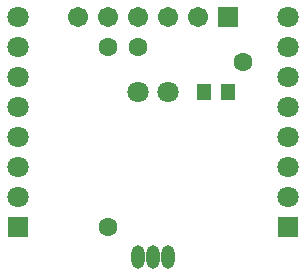
<source format=gbs>
G04 Layer_Color=16711935*
%FSLAX24Y24*%
%MOIN*%
G70*
G01*
G75*
%ADD27C,0.0710*%
%ADD28R,0.0671X0.0671*%
%ADD29C,0.0671*%
%ADD30O,0.0440X0.0780*%
%ADD31R,0.0710X0.0710*%
%ADD32C,0.0631*%
%ADD33R,0.0480X0.0580*%
G54D27*
X500Y5500D02*
D03*
X-500D02*
D03*
X4500Y2000D02*
D03*
Y3000D02*
D03*
Y4000D02*
D03*
Y5000D02*
D03*
Y6000D02*
D03*
Y7000D02*
D03*
Y8000D02*
D03*
X-4500Y2000D02*
D03*
Y3000D02*
D03*
Y4000D02*
D03*
Y5000D02*
D03*
Y6000D02*
D03*
Y7000D02*
D03*
Y8000D02*
D03*
G54D28*
X2500D02*
D03*
G54D29*
X1500D02*
D03*
X500D02*
D03*
X-500D02*
D03*
X-1500D02*
D03*
X-2500D02*
D03*
G54D30*
X0Y0D02*
D03*
X-500D02*
D03*
X500D02*
D03*
G54D31*
X4500Y1000D02*
D03*
X-4500D02*
D03*
G54D32*
X3000Y6500D02*
D03*
X-1500Y1000D02*
D03*
X-500Y7000D02*
D03*
X-1500Y7000D02*
D03*
G54D33*
X1700Y5500D02*
D03*
X2500D02*
D03*
M02*

</source>
